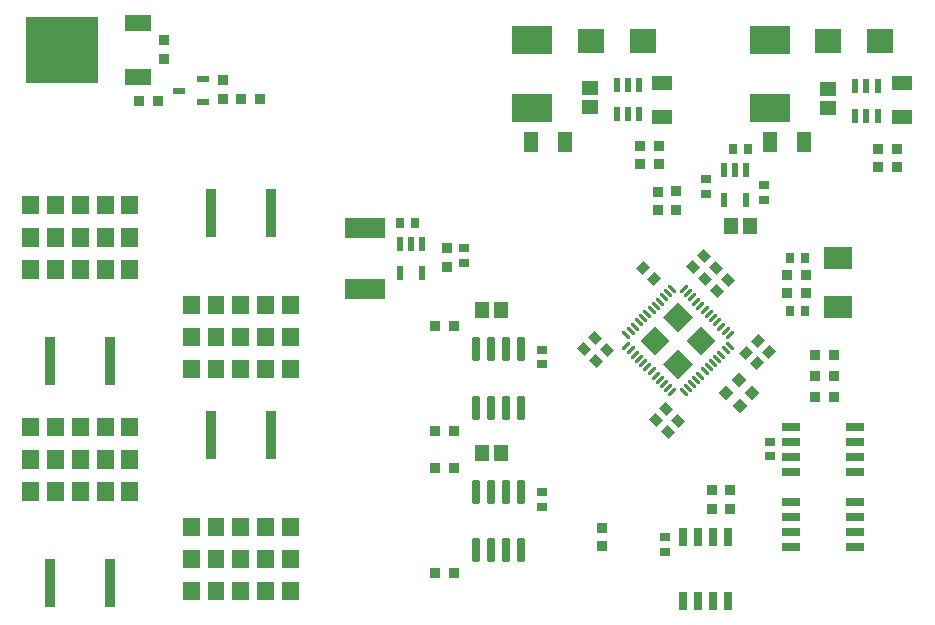
<source format=gbr>
%TF.GenerationSoftware,Altium Limited,Altium Designer,24.6.1 (21)*%
G04 Layer_Color=8421504*
%FSLAX45Y45*%
%MOMM*%
%TF.SameCoordinates,FD53202A-208C-403B-AAB2-15DF5564725B*%
%TF.FilePolarity,Positive*%
%TF.FileFunction,Paste,Top*%
%TF.Part,Single*%
G01*
G75*
%TA.AperFunction,SMDPad,CuDef*%
%ADD10R,3.35000X2.40000*%
%ADD11R,1.30000X1.40000*%
%ADD12R,3.40000X1.80000*%
G04:AMPARAMS|DCode=13|XSize=0.9mm|YSize=0.8mm|CornerRadius=0mm|HoleSize=0mm|Usage=FLASHONLY|Rotation=225.000|XOffset=0mm|YOffset=0mm|HoleType=Round|Shape=Rectangle|*
%AMROTATEDRECTD13*
4,1,4,0.03535,0.60104,0.60104,0.03535,-0.03535,-0.60104,-0.60104,-0.03535,0.03535,0.60104,0.0*
%
%ADD13ROTATEDRECTD13*%

G04:AMPARAMS|DCode=14|XSize=0.87mm|YSize=0.27mm|CornerRadius=0.03375mm|HoleSize=0mm|Usage=FLASHONLY|Rotation=315.000|XOffset=0mm|YOffset=0mm|HoleType=Round|Shape=RoundedRectangle|*
%AMROUNDEDRECTD14*
21,1,0.87000,0.20250,0,0,315.0*
21,1,0.80250,0.27000,0,0,315.0*
1,1,0.06750,0.21213,-0.35532*
1,1,0.06750,-0.35532,0.21213*
1,1,0.06750,-0.21213,0.35532*
1,1,0.06750,0.35532,-0.21213*
%
%ADD14ROUNDEDRECTD14*%
G04:AMPARAMS|DCode=15|XSize=0.87mm|YSize=0.27mm|CornerRadius=0.03375mm|HoleSize=0mm|Usage=FLASHONLY|Rotation=225.000|XOffset=0mm|YOffset=0mm|HoleType=Round|Shape=RoundedRectangle|*
%AMROUNDEDRECTD15*
21,1,0.87000,0.20250,0,0,225.0*
21,1,0.80250,0.27000,0,0,225.0*
1,1,0.06750,-0.35532,-0.21213*
1,1,0.06750,0.21213,0.35532*
1,1,0.06750,0.35532,0.21213*
1,1,0.06750,-0.21213,-0.35532*
%
%ADD15ROUNDEDRECTD15*%
G04:AMPARAMS|DCode=17|XSize=0.9mm|YSize=0.8mm|CornerRadius=0mm|HoleSize=0mm|Usage=FLASHONLY|Rotation=315.000|XOffset=0mm|YOffset=0mm|HoleType=Round|Shape=Rectangle|*
%AMROTATEDRECTD17*
4,1,4,-0.60104,0.03535,-0.03535,0.60104,0.60104,-0.03535,0.03535,-0.60104,-0.60104,0.03535,0.0*
%
%ADD17ROTATEDRECTD17*%

G04:AMPARAMS|DCode=18|XSize=0.95mm|YSize=0.85mm|CornerRadius=0mm|HoleSize=0mm|Usage=FLASHONLY|Rotation=45.000|XOffset=0mm|YOffset=0mm|HoleType=Round|Shape=Rectangle|*
%AMROTATEDRECTD18*
4,1,4,-0.03535,-0.63640,-0.63640,-0.03535,0.03535,0.63640,0.63640,0.03535,-0.03535,-0.63640,0.0*
%
%ADD18ROTATEDRECTD18*%

%ADD19R,0.90000X0.95000*%
%ADD20R,1.52500X0.65000*%
%ADD21R,0.80000X0.90000*%
%ADD22R,0.90000X0.80000*%
%ADD23R,0.95000X0.85000*%
%ADD24R,0.60000X1.20000*%
%ADD25R,2.20000X2.15000*%
%ADD26R,1.40000X1.30000*%
%ADD27R,0.60000X1.30000*%
%ADD28R,1.30000X1.80000*%
%ADD29R,1.80000X1.30000*%
%ADD30R,0.85000X0.95000*%
%ADD31R,2.40000X1.90000*%
G04:AMPARAMS|DCode=32|XSize=1.97mm|YSize=0.6mm|CornerRadius=0.075mm|HoleSize=0mm|Usage=FLASHONLY|Rotation=270.000|XOffset=0mm|YOffset=0mm|HoleType=Round|Shape=RoundedRectangle|*
%AMROUNDEDRECTD32*
21,1,1.97000,0.45000,0,0,270.0*
21,1,1.82000,0.60000,0,0,270.0*
1,1,0.15000,-0.22500,-0.91000*
1,1,0.15000,-0.22500,0.91000*
1,1,0.15000,0.22500,0.91000*
1,1,0.15000,0.22500,-0.91000*
%
%ADD32ROUNDEDRECTD32*%
%ADD34R,0.94000X4.05000*%
%ADD35R,2.28600X1.39700*%
%ADD36R,6.18000X5.69000*%
%ADD37R,1.00000X0.60000*%
%ADD38R,0.65000X1.52500*%
G36*
X4365000Y10584000D02*
X4222000D01*
Y10743000D01*
X4365000D01*
Y10584000D01*
D02*
G37*
G36*
X4155000D02*
X4012000D01*
Y10743000D01*
X4155000D01*
Y10584000D01*
D02*
G37*
G36*
X3945000D02*
X3802000D01*
Y10743000D01*
X3945000D01*
Y10584000D01*
D02*
G37*
G36*
X3735000D02*
X3592000D01*
Y10743000D01*
X3735000D01*
Y10584000D01*
D02*
G37*
G36*
X3525000D02*
X3382000D01*
Y10743000D01*
X3525000D01*
Y10584000D01*
D02*
G37*
G36*
X4365000Y10313000D02*
X4222000D01*
Y10472000D01*
X4365000D01*
Y10313000D01*
D02*
G37*
G36*
X4155000D02*
X4012000D01*
Y10472000D01*
X4155000D01*
Y10313000D01*
D02*
G37*
G36*
X3945000D02*
X3802000D01*
Y10472000D01*
X3945000D01*
Y10313000D01*
D02*
G37*
G36*
X3735000D02*
X3592000D01*
Y10472000D01*
X3735000D01*
Y10313000D01*
D02*
G37*
G36*
X3525000D02*
X3382000D01*
Y10472000D01*
X3525000D01*
Y10313000D01*
D02*
G37*
G36*
X4365000Y10042000D02*
X4222000D01*
Y10201000D01*
X4365000D01*
Y10042000D01*
D02*
G37*
G36*
X4155000D02*
X4012000D01*
Y10201000D01*
X4155000D01*
Y10042000D01*
D02*
G37*
G36*
X3945000D02*
X3802000D01*
Y10201000D01*
X3945000D01*
Y10042000D01*
D02*
G37*
G36*
X3735000D02*
X3592000D01*
Y10201000D01*
X3735000D01*
Y10042000D01*
D02*
G37*
G36*
X3525000D02*
X3382000D01*
Y10201000D01*
X3525000D01*
Y10042000D01*
D02*
G37*
G36*
X5723900Y9737500D02*
X5580900D01*
Y9896500D01*
X5723900D01*
Y9737500D01*
D02*
G37*
G36*
X5513900D02*
X5370900D01*
Y9896500D01*
X5513900D01*
Y9737500D01*
D02*
G37*
G36*
X5303900D02*
X5160900D01*
Y9896500D01*
X5303900D01*
Y9737500D01*
D02*
G37*
G36*
X5093900D02*
X4950900D01*
Y9896500D01*
X5093900D01*
Y9737500D01*
D02*
G37*
G36*
X4883900D02*
X4740900D01*
Y9896500D01*
X4883900D01*
Y9737500D01*
D02*
G37*
G36*
X9060450Y9714030D02*
X8934585Y9588165D01*
X8808719Y9714030D01*
X8934585Y9839895D01*
X9060450Y9714030D01*
D02*
G37*
G36*
X5723900Y9466500D02*
X5580900D01*
Y9625500D01*
X5723900D01*
Y9466500D01*
D02*
G37*
G36*
X5513900D02*
X5370900D01*
Y9625500D01*
X5513900D01*
Y9466500D01*
D02*
G37*
G36*
X5303900D02*
X5160900D01*
Y9625500D01*
X5303900D01*
Y9466500D01*
D02*
G37*
G36*
X5093900D02*
X4950900D01*
Y9625500D01*
X5093900D01*
Y9466500D01*
D02*
G37*
G36*
X4883900D02*
X4740900D01*
Y9625500D01*
X4883900D01*
Y9466500D01*
D02*
G37*
G36*
X9258440Y9516040D02*
X9132575Y9390175D01*
X9006709Y9516040D01*
X9132575Y9641905D01*
X9258440Y9516040D01*
D02*
G37*
G36*
X8862460D02*
X8736595Y9390175D01*
X8610730Y9516040D01*
X8736595Y9641905D01*
X8862460Y9516040D01*
D02*
G37*
G36*
X5723900Y9195500D02*
X5580900D01*
Y9354500D01*
X5723900D01*
Y9195500D01*
D02*
G37*
G36*
X5513900D02*
X5370900D01*
Y9354500D01*
X5513900D01*
Y9195500D01*
D02*
G37*
G36*
X5303900D02*
X5160900D01*
Y9354500D01*
X5303900D01*
Y9195500D01*
D02*
G37*
G36*
X5093900D02*
X4950900D01*
Y9354500D01*
X5093900D01*
Y9195500D01*
D02*
G37*
G36*
X4883900D02*
X4740900D01*
Y9354500D01*
X4883900D01*
Y9195500D01*
D02*
G37*
G36*
X9060450Y9318050D02*
X8934585Y9192185D01*
X8808719Y9318050D01*
X8934585Y9443915D01*
X9060450Y9318050D01*
D02*
G37*
G36*
X4365000Y8704400D02*
X4222000D01*
Y8863400D01*
X4365000D01*
Y8704400D01*
D02*
G37*
G36*
X4155000D02*
X4012000D01*
Y8863400D01*
X4155000D01*
Y8704400D01*
D02*
G37*
G36*
X3945000D02*
X3802000D01*
Y8863400D01*
X3945000D01*
Y8704400D01*
D02*
G37*
G36*
X3735000D02*
X3592000D01*
Y8863400D01*
X3735000D01*
Y8704400D01*
D02*
G37*
G36*
X3525000D02*
X3382000D01*
Y8863400D01*
X3525000D01*
Y8704400D01*
D02*
G37*
G36*
X4365000Y8433400D02*
X4222000D01*
Y8592400D01*
X4365000D01*
Y8433400D01*
D02*
G37*
G36*
X4155000D02*
X4012000D01*
Y8592400D01*
X4155000D01*
Y8433400D01*
D02*
G37*
G36*
X3945000D02*
X3802000D01*
Y8592400D01*
X3945000D01*
Y8433400D01*
D02*
G37*
G36*
X3735000D02*
X3592000D01*
Y8592400D01*
X3735000D01*
Y8433400D01*
D02*
G37*
G36*
X3525000D02*
X3382000D01*
Y8592400D01*
X3525000D01*
Y8433400D01*
D02*
G37*
G36*
X4365000Y8162400D02*
X4222000D01*
Y8321400D01*
X4365000D01*
Y8162400D01*
D02*
G37*
G36*
X4155000D02*
X4012000D01*
Y8321400D01*
X4155000D01*
Y8162400D01*
D02*
G37*
G36*
X3945000D02*
X3802000D01*
Y8321400D01*
X3945000D01*
Y8162400D01*
D02*
G37*
G36*
X3735000D02*
X3592000D01*
Y8321400D01*
X3735000D01*
Y8162400D01*
D02*
G37*
G36*
X3525000D02*
X3382000D01*
Y8321400D01*
X3525000D01*
Y8162400D01*
D02*
G37*
G36*
X5723900Y7857900D02*
X5580900D01*
Y8016900D01*
X5723900D01*
Y7857900D01*
D02*
G37*
G36*
X5513900D02*
X5370900D01*
Y8016900D01*
X5513900D01*
Y7857900D01*
D02*
G37*
G36*
X5303900D02*
X5160900D01*
Y8016900D01*
X5303900D01*
Y7857900D01*
D02*
G37*
G36*
X5093900D02*
X4950900D01*
Y8016900D01*
X5093900D01*
Y7857900D01*
D02*
G37*
G36*
X4883900D02*
X4740900D01*
Y8016900D01*
X4883900D01*
Y7857900D01*
D02*
G37*
G36*
X5723900Y7586900D02*
X5580900D01*
Y7745900D01*
X5723900D01*
Y7586900D01*
D02*
G37*
G36*
X5513900D02*
X5370900D01*
Y7745900D01*
X5513900D01*
Y7586900D01*
D02*
G37*
G36*
X5303900D02*
X5160900D01*
Y7745900D01*
X5303900D01*
Y7586900D01*
D02*
G37*
G36*
X5093900D02*
X4950900D01*
Y7745900D01*
X5093900D01*
Y7586900D01*
D02*
G37*
G36*
X4883900D02*
X4740900D01*
Y7745900D01*
X4883900D01*
Y7586900D01*
D02*
G37*
G36*
X5723900Y7315900D02*
X5580900D01*
Y7474900D01*
X5723900D01*
Y7315900D01*
D02*
G37*
G36*
X5513900D02*
X5370900D01*
Y7474900D01*
X5513900D01*
Y7315900D01*
D02*
G37*
G36*
X5303900D02*
X5160900D01*
Y7474900D01*
X5303900D01*
Y7315900D01*
D02*
G37*
G36*
X5093900D02*
X4950900D01*
Y7474900D01*
X5093900D01*
Y7315900D01*
D02*
G37*
G36*
X4883900D02*
X4740900D01*
Y7474900D01*
X4883900D01*
Y7315900D01*
D02*
G37*
D10*
X9715500Y11482900D02*
D03*
Y12062900D02*
D03*
X7696200Y11482900D02*
D03*
Y12062900D02*
D03*
D11*
X7432061Y8565782D02*
D03*
X7272061D02*
D03*
X7432061Y9772282D02*
D03*
X7272061D02*
D03*
X9385300Y10490200D02*
D03*
X9545300D02*
D03*
D12*
X6286500Y10470800D02*
D03*
Y9950800D02*
D03*
D13*
X8638481Y10127994D02*
D03*
X8726869Y10039606D02*
D03*
X9513163Y9412063D02*
D03*
X9601551Y9323675D02*
D03*
X9702288Y9423912D02*
D03*
X9613900Y9512300D02*
D03*
D14*
X8886501Y9953032D02*
D03*
X8851146Y9917677D02*
D03*
X8815791Y9882321D02*
D03*
X8780435Y9846966D02*
D03*
X8745080Y9811611D02*
D03*
X8709725Y9776255D02*
D03*
X8674369Y9740900D02*
D03*
X8639014Y9705544D02*
D03*
X8603659Y9670189D02*
D03*
X8568303Y9634834D02*
D03*
X8532948Y9599478D02*
D03*
X8497593Y9564123D02*
D03*
X8982668Y9079048D02*
D03*
X9018023Y9114403D02*
D03*
X9053379Y9149759D02*
D03*
X9088734Y9185114D02*
D03*
X9124089Y9220469D02*
D03*
X9159445Y9255825D02*
D03*
X9194800Y9291180D02*
D03*
X9230155Y9326535D02*
D03*
X9265511Y9361891D02*
D03*
X9300866Y9397246D02*
D03*
X9336221Y9432601D02*
D03*
X9371577Y9467956D02*
D03*
D15*
Y9564123D02*
D03*
X9336221Y9599478D02*
D03*
X9300866Y9634834D02*
D03*
X9265511Y9670189D02*
D03*
X9230155Y9705544D02*
D03*
X9194800Y9740900D02*
D03*
X9159445Y9776255D02*
D03*
X9124089Y9811611D02*
D03*
X9088734Y9846966D02*
D03*
X9053379Y9882321D02*
D03*
X9018023Y9917677D02*
D03*
X8982668Y9953032D02*
D03*
X8497593Y9467956D02*
D03*
X8532948Y9432601D02*
D03*
X8568303Y9397246D02*
D03*
X8603659Y9361891D02*
D03*
X8639014Y9326535D02*
D03*
X8674369Y9291180D02*
D03*
X8709725Y9255825D02*
D03*
X8745080Y9220469D02*
D03*
X8780435Y9185114D02*
D03*
X8815791Y9149759D02*
D03*
X8851146Y9114403D02*
D03*
X8886501Y9079048D02*
D03*
D17*
X9355820Y10027292D02*
D03*
X9267432Y9938904D02*
D03*
X9061706Y10141206D02*
D03*
X9150094Y10229594D02*
D03*
X9163306Y10039606D02*
D03*
X9251694Y10127994D02*
D03*
X8832594Y8934194D02*
D03*
X8744206Y8845806D02*
D03*
X8934194Y8832594D02*
D03*
X8845806Y8744206D02*
D03*
X8330944Y9435844D02*
D03*
X8242556Y9347456D02*
D03*
X8229083Y9536449D02*
D03*
X8140694Y9448060D02*
D03*
D18*
X9455803Y8960445D02*
D03*
X9342666Y9073582D02*
D03*
X9448193Y9185960D02*
D03*
X9561330Y9072822D02*
D03*
D19*
X10252700Y9037049D02*
D03*
X10092700D02*
D03*
X10252700Y9214849D02*
D03*
X10092700D02*
D03*
X10252700Y9392649D02*
D03*
X10092700D02*
D03*
D20*
X9888800Y8788400D02*
D03*
Y8661400D02*
D03*
Y8534400D02*
D03*
Y8407400D02*
D03*
X10431200D02*
D03*
Y8534400D02*
D03*
Y8661400D02*
D03*
Y8788400D02*
D03*
X9888800Y8153400D02*
D03*
Y8026400D02*
D03*
Y7899400D02*
D03*
Y7772400D02*
D03*
X10431200D02*
D03*
Y7899400D02*
D03*
Y8026400D02*
D03*
Y8153400D02*
D03*
D21*
X9881600Y9766300D02*
D03*
X10006600D02*
D03*
X9402421Y11137900D02*
D03*
X9527421D02*
D03*
X9881290Y10219060D02*
D03*
X10006290D02*
D03*
X6704600Y10515600D02*
D03*
X6579600D02*
D03*
D22*
X9715500Y8535400D02*
D03*
Y8660400D02*
D03*
X9172821Y10883900D02*
D03*
Y10758900D02*
D03*
X9664700Y10832100D02*
D03*
Y10707100D02*
D03*
X7785099Y8233545D02*
D03*
Y8108545D02*
D03*
Y9439984D02*
D03*
Y9314984D02*
D03*
X7124700Y10299700D02*
D03*
Y10174700D02*
D03*
X8827109Y7855483D02*
D03*
Y7730483D02*
D03*
D23*
X9220200Y8249900D02*
D03*
Y8089900D02*
D03*
X9372600Y8249900D02*
D03*
Y8089900D02*
D03*
X8760700Y10618400D02*
D03*
Y10778400D02*
D03*
X8917700Y10621100D02*
D03*
Y10781100D02*
D03*
X5082300Y11720900D02*
D03*
Y11560900D02*
D03*
X4582716Y11898363D02*
D03*
Y12058363D02*
D03*
X6974600Y10298500D02*
D03*
Y10138500D02*
D03*
X8290800Y7933600D02*
D03*
Y7773600D02*
D03*
D24*
X9509121Y10708100D02*
D03*
X9319121D02*
D03*
Y10958100D02*
D03*
X9414121D02*
D03*
X9509121D02*
D03*
X6770471Y10338128D02*
D03*
X6675471D02*
D03*
X6580471D02*
D03*
Y10088128D02*
D03*
X6770471D02*
D03*
D25*
X8640100Y12052300D02*
D03*
X8200100D02*
D03*
X10206700D02*
D03*
X10646700D02*
D03*
D26*
X10204082Y11484859D02*
D03*
Y11644859D02*
D03*
X8184782Y11657559D02*
D03*
Y11497559D02*
D03*
D27*
X10433300Y11669300D02*
D03*
X10528300D02*
D03*
X10623300D02*
D03*
Y11419300D02*
D03*
X10528300D02*
D03*
X10433300D02*
D03*
X8414000Y11432000D02*
D03*
X8509000D02*
D03*
X8604000D02*
D03*
Y11682000D02*
D03*
X8509000D02*
D03*
X8414000D02*
D03*
D28*
X9710200Y11201400D02*
D03*
X10000200D02*
D03*
X7980900D02*
D03*
X7690900D02*
D03*
D29*
X8801100Y11406700D02*
D03*
Y11696700D02*
D03*
X10833100D02*
D03*
Y11406700D02*
D03*
D30*
X8770600Y11163300D02*
D03*
X8610600D02*
D03*
Y11010900D02*
D03*
X8770600D02*
D03*
X10630955Y10983217D02*
D03*
X10790955D02*
D03*
X10627055Y11137917D02*
D03*
X10787055D02*
D03*
X10019100Y9916400D02*
D03*
X9859100D02*
D03*
X10019100Y10068800D02*
D03*
X9859100D02*
D03*
X6875942Y7545134D02*
D03*
X7035942D02*
D03*
X6875942Y8435100D02*
D03*
X7035942D02*
D03*
X6874954Y9636922D02*
D03*
X7034954D02*
D03*
X6875942Y8752600D02*
D03*
X7035942D02*
D03*
X4370000Y11546600D02*
D03*
X4530000D02*
D03*
X5233600Y11559300D02*
D03*
X5393600D02*
D03*
D31*
X10287000Y9802600D02*
D03*
Y10212600D02*
D03*
D32*
X7607300Y8233663D02*
D03*
X7480300D02*
D03*
X7353300D02*
D03*
X7226300D02*
D03*
Y7739663D02*
D03*
X7353300D02*
D03*
X7480300D02*
D03*
X7607300D02*
D03*
Y9441800D02*
D03*
X7480300D02*
D03*
X7353300D02*
D03*
X7226300D02*
D03*
Y8947800D02*
D03*
X7353300D02*
D03*
X7480300D02*
D03*
X7607300D02*
D03*
D34*
X4978400Y8716400D02*
D03*
X5486400D02*
D03*
X4978400Y10596000D02*
D03*
X5486400D02*
D03*
X4127500Y9342500D02*
D03*
X3619500D02*
D03*
X4127500Y7462900D02*
D03*
X3619500D02*
D03*
D35*
X4364600Y11747500D02*
D03*
Y12204700D02*
D03*
D36*
X3721100Y11976100D02*
D03*
D37*
X4911700Y11538200D02*
D03*
Y11728200D02*
D03*
X4711700Y11633200D02*
D03*
D38*
X8977808Y7853099D02*
D03*
X9104808D02*
D03*
X9231808D02*
D03*
X9358808D02*
D03*
Y7310699D02*
D03*
X9231808D02*
D03*
X9104808D02*
D03*
X8977808D02*
D03*
%TF.MD5,3eaa448b9fff9e22aeec5aaea261a247*%
M02*

</source>
